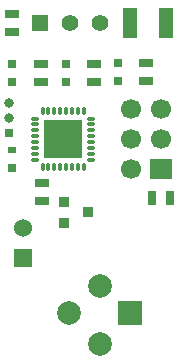
<source format=gts>
G04 (created by PCBNEW (2013-07-24 BZR 4024)-stable) date Sat 29 Nov 2014 11:35:43 AM NZDT*
%MOIN*%
G04 Gerber Fmt 3.4, Leading zero omitted, Abs format*
%FSLAX34Y34*%
G01*
G70*
G90*
G04 APERTURE LIST*
%ADD10C,0.00590551*%
%ADD11R,0.0314961X0.0314961*%
%ADD12C,0.0314961*%
%ADD13R,0.0787402X0.0787402*%
%ADD14C,0.0787402*%
%ADD15R,0.05X0.1*%
%ADD16O,0.0137795X0.0314961*%
%ADD17O,0.0314961X0.0137795*%
%ADD18R,0.125984X0.125984*%
%ADD19R,0.0748X0.0669*%
%ADD20C,0.0669*%
%ADD21R,0.0315X0.025*%
%ADD22R,0.0314961X0.023622*%
%ADD23R,0.045X0.025*%
%ADD24R,0.025X0.045*%
%ADD25R,0.036X0.036*%
%ADD26R,0.0314X0.0314*%
%ADD27R,0.055X0.055*%
%ADD28C,0.055*%
%ADD29R,0.06X0.06*%
%ADD30C,0.06*%
G04 APERTURE END LIST*
G54D10*
G54D11*
X23740Y-21870D03*
G54D12*
X23740Y-21358D03*
X23740Y-20846D03*
G54D13*
X27791Y-27850D03*
G54D14*
X25744Y-27850D03*
X26767Y-28874D03*
X26767Y-26944D03*
G54D15*
X27781Y-18204D03*
X28981Y-18204D03*
G54D16*
X24858Y-21137D03*
G54D17*
X24622Y-21374D03*
X24622Y-21570D03*
X24622Y-21767D03*
X24622Y-21964D03*
X24622Y-22161D03*
X24622Y-22358D03*
X24622Y-22555D03*
X24622Y-22751D03*
G54D16*
X24858Y-22988D03*
X25055Y-22988D03*
X25251Y-22988D03*
X25448Y-22988D03*
X25645Y-22988D03*
X25842Y-22988D03*
X26039Y-22988D03*
X26236Y-22988D03*
G54D17*
X26472Y-22751D03*
X26472Y-22751D03*
X26472Y-22555D03*
X26472Y-22358D03*
X26472Y-22161D03*
X26472Y-21964D03*
X26472Y-21767D03*
X26472Y-21570D03*
X26472Y-21374D03*
G54D16*
X26236Y-21137D03*
X26039Y-21137D03*
X25842Y-21137D03*
X25645Y-21137D03*
X25448Y-21137D03*
X25251Y-21137D03*
X25055Y-21137D03*
X24858Y-21137D03*
G54D18*
X25547Y-22062D03*
G54D19*
X28803Y-23062D03*
G54D20*
X27803Y-23062D03*
X28803Y-22062D03*
X27803Y-22062D03*
X28803Y-21062D03*
X27803Y-21062D03*
G54D21*
X23838Y-23016D03*
G54D22*
X23838Y-22416D03*
G54D23*
X24838Y-24134D03*
X24838Y-23534D03*
G54D24*
X28495Y-24011D03*
X29095Y-24011D03*
G54D23*
X24799Y-19558D03*
X24799Y-20158D03*
X26570Y-19558D03*
X26570Y-20158D03*
X28303Y-19518D03*
X28303Y-20118D03*
G54D25*
X25580Y-24853D03*
X25580Y-24153D03*
X26380Y-24503D03*
G54D26*
X27358Y-20113D03*
X27358Y-19523D03*
X25625Y-20153D03*
X25625Y-19563D03*
X23854Y-20153D03*
X23854Y-19563D03*
G54D23*
X23854Y-18504D03*
X23854Y-17904D03*
G54D27*
X24783Y-18204D03*
G54D28*
X25783Y-18204D03*
X26783Y-18204D03*
G54D29*
X24208Y-26027D03*
G54D30*
X24208Y-25027D03*
M02*

</source>
